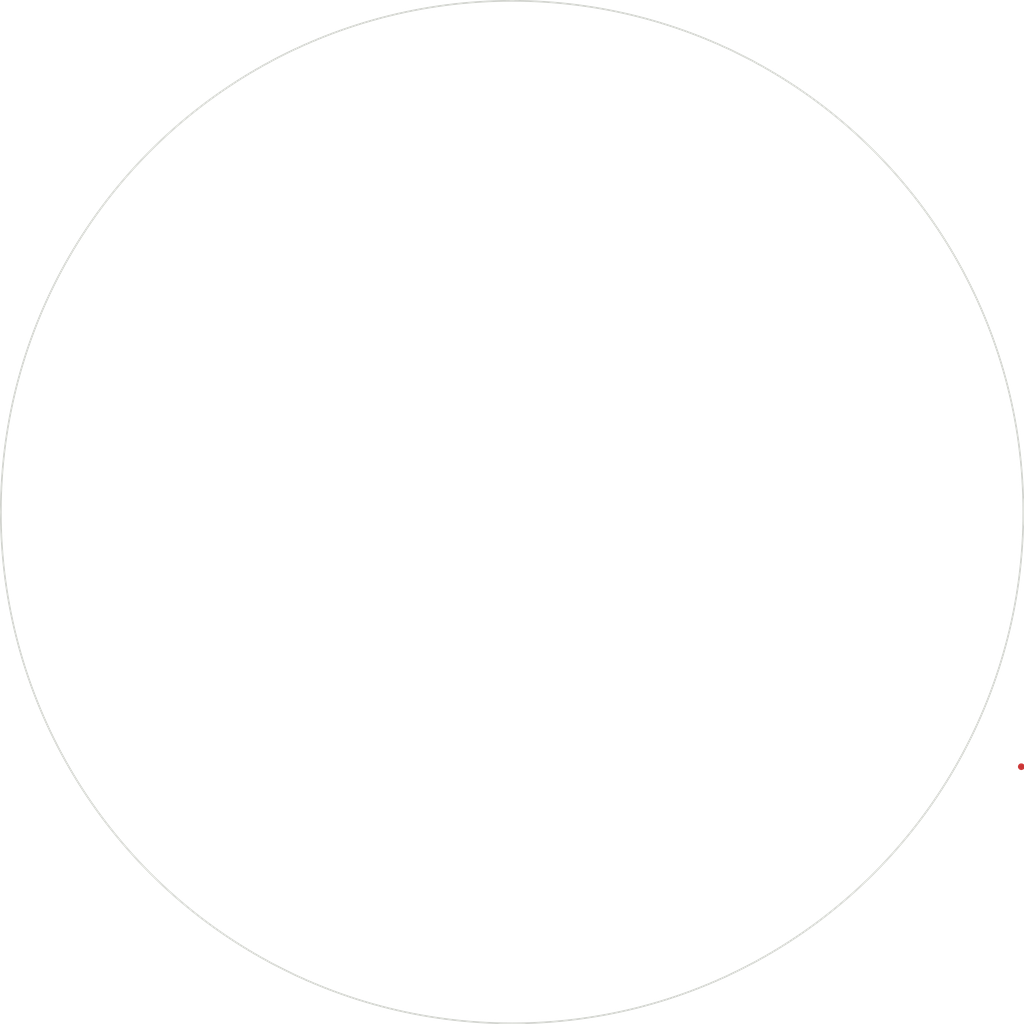
<source format=kicad_pcb>
(kicad_pcb (version 20221018) (generator pcbnew)

  (general
    (thickness 1.6)
  )

  (paper "A4")
  (layers
    (0 "F.Cu" signal)
    (31 "B.Cu" signal)
    (32 "B.Adhes" user "B.Adhesive")
    (33 "F.Adhes" user "F.Adhesive")
    (34 "B.Paste" user)
    (35 "F.Paste" user)
    (36 "B.SilkS" user "B.Silkscreen")
    (37 "F.SilkS" user "F.Silkscreen")
    (38 "B.Mask" user)
    (39 "F.Mask" user)
    (40 "Dwgs.User" user "User.Drawings")
    (41 "Cmts.User" user "User.Comments")
    (42 "Eco1.User" user "User.Eco1")
    (43 "Eco2.User" user "User.Eco2")
    (44 "Edge.Cuts" user)
    (45 "Margin" user)
    (46 "B.CrtYd" user "B.Courtyard")
    (47 "F.CrtYd" user "F.Courtyard")
    (48 "B.Fab" user)
    (49 "F.Fab" user)
    (50 "User.1" user)
    (51 "User.2" user)
    (52 "User.3" user)
    (53 "User.4" user)
    (54 "User.5" user)
    (55 "User.6" user)
    (56 "User.7" user)
    (57 "User.8" user)
    (58 "User.9" user)
  )

  (setup
    (pad_to_mask_clearance 0)
    (pcbplotparams
      (layerselection 0x00010fc_ffffffff)
      (plot_on_all_layers_selection 0x0000000_00000000)
      (disableapertmacros false)
      (usegerberextensions false)
      (usegerberattributes true)
      (usegerberadvancedattributes true)
      (creategerberjobfile true)
      (dashed_line_dash_ratio 12.000000)
      (dashed_line_gap_ratio 3.000000)
      (svgprecision 4)
      (plotframeref false)
      (viasonmask false)
      (mode 1)
      (useauxorigin false)
      (hpglpennumber 1)
      (hpglpenspeed 20)
      (hpglpendiameter 15.000000)
      (dxfpolygonmode true)
      (dxfimperialunits true)
      (dxfusepcbnewfont true)
      (psnegative false)
      (psa4output false)
      (plotreference true)
      (plotvalue true)
      (plotinvisibletext false)
      (sketchpadsonfab false)
      (subtractmaskfromsilk false)
      (outputformat 1)
      (mirror false)
      (drillshape 1)
      (scaleselection 1)
      (outputdirectory "")
    )
  )

  (net 0 "")

  (gr_circle (center 132.08 91.44) (end 132.08 91.44)
    (stroke (width 0.2) (type default)) (fill none) (layer "F.Cu") (tstamp d3cff383-ddf3-4562-8729-26342e59cd2a))
  (gr_circle (center 101.6 76.2) (end 132.2 76.2)
    (stroke (width 0.1) (type default)) (fill none) (layer "Edge.Cuts") (tstamp 7490ab8c-a96c-4c7f-b4ef-c01a3ced6fcd))

)

</source>
